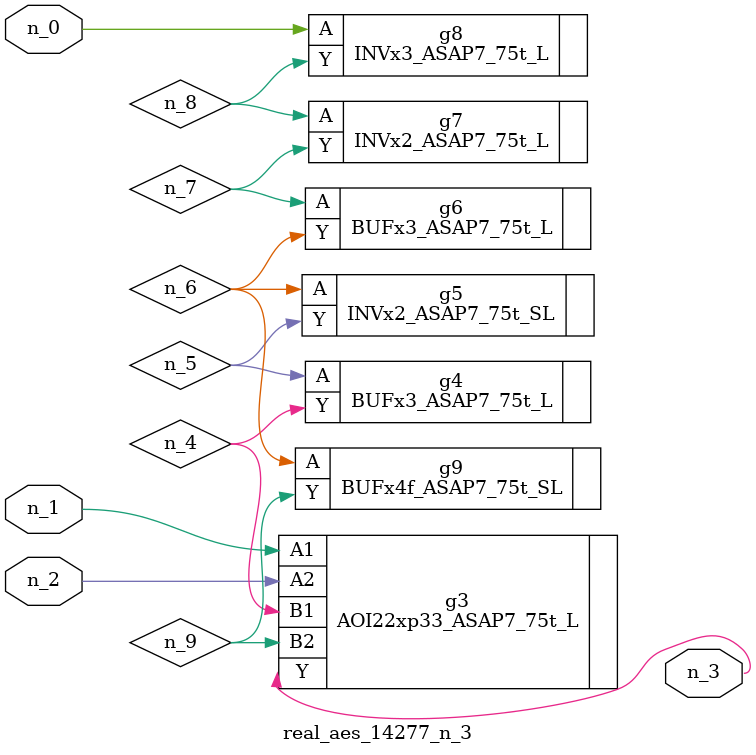
<source format=v>
module real_aes_14277_n_3 (n_0, n_2, n_1, n_3);
input n_0;
input n_2;
input n_1;
output n_3;
wire n_4;
wire n_5;
wire n_7;
wire n_9;
wire n_6;
wire n_8;
INVx3_ASAP7_75t_L g8 ( .A(n_0), .Y(n_8) );
AOI22xp33_ASAP7_75t_L g3 ( .A1(n_1), .A2(n_2), .B1(n_4), .B2(n_9), .Y(n_3) );
BUFx3_ASAP7_75t_L g4 ( .A(n_5), .Y(n_4) );
INVx2_ASAP7_75t_SL g5 ( .A(n_6), .Y(n_5) );
BUFx4f_ASAP7_75t_SL g9 ( .A(n_6), .Y(n_9) );
BUFx3_ASAP7_75t_L g6 ( .A(n_7), .Y(n_6) );
INVx2_ASAP7_75t_L g7 ( .A(n_8), .Y(n_7) );
endmodule
</source>
